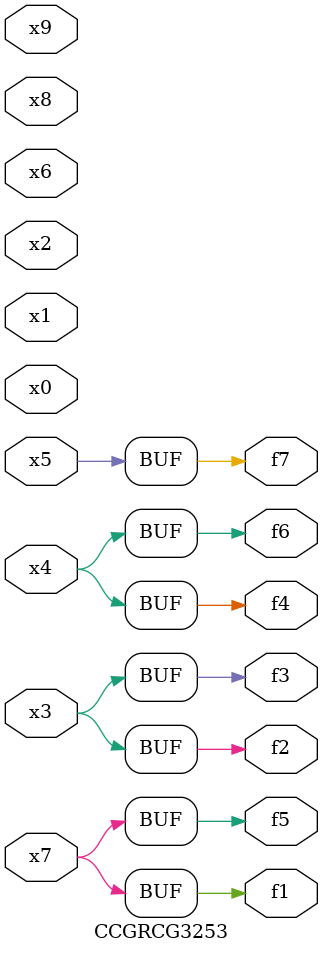
<source format=v>
module CCGRCG3253(
	input x0, x1, x2, x3, x4, x5, x6, x7, x8, x9,
	output f1, f2, f3, f4, f5, f6, f7
);
	assign f1 = x7;
	assign f2 = x3;
	assign f3 = x3;
	assign f4 = x4;
	assign f5 = x7;
	assign f6 = x4;
	assign f7 = x5;
endmodule

</source>
